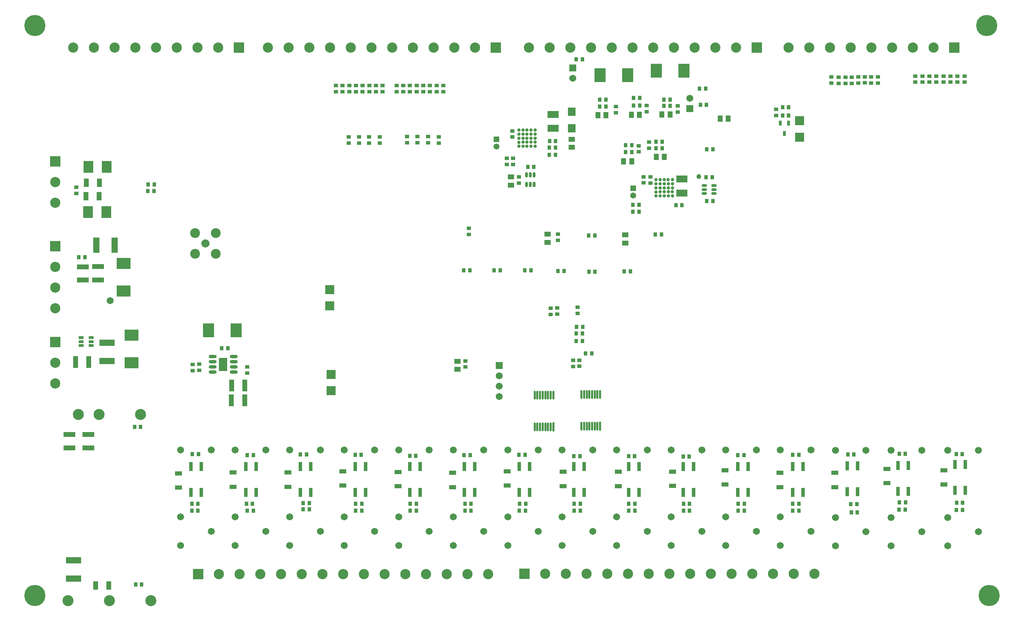
<source format=gbs>
G04*
G04 #@! TF.GenerationSoftware,Altium Limited,Altium Designer,23.10.1 (27)*
G04*
G04 Layer_Color=16711935*
%FSLAX25Y25*%
%MOIN*%
G70*
G04*
G04 #@! TF.SameCoordinates,1ECFB1C0-1579-4D3B-9075-10E0A19D06C0*
G04*
G04*
G04 #@! TF.FilePolarity,Negative*
G04*
G01*
G75*
%ADD66R,0.04147X0.03556*%
%ADD68R,0.06706X0.04343*%
%ADD70C,0.04737*%
%ADD72R,0.07493X0.08083*%
%ADD73R,0.05918X0.04737*%
%ADD74R,0.04737X0.05918*%
%ADD75R,0.03556X0.04147*%
%ADD78R,0.04737X0.07887*%
%ADD83R,0.10642X0.13792*%
%ADD89R,0.08280X0.12611*%
%ADD90O,0.07690X0.03162*%
%ADD96R,0.03800X0.08800*%
%ADD107R,0.03162X0.04737*%
%ADD109C,0.20485*%
%ADD110C,0.09855*%
%ADD111R,0.09855X0.09855*%
%ADD112C,0.06706*%
%ADD113R,0.06706X0.06706*%
%ADD114R,0.05800X0.05800*%
%ADD115C,0.05800*%
%ADD116R,0.09855X0.09855*%
%ADD117C,0.10642*%
%ADD118C,0.09461*%
%ADD119C,0.07887*%
%ADD120C,0.03162*%
%ADD168R,0.09461X0.11824*%
%ADD169R,0.04737X0.11430*%
%ADD170R,0.11430X0.04737*%
%ADD171R,0.13792X0.10642*%
%ADD172R,0.14580X0.05918*%
%ADD173R,0.04540X0.03162*%
%ADD174R,0.05918X0.14580*%
%ADD175O,0.05131X0.02769*%
%ADD176R,0.05131X0.02769*%
%ADD177O,0.02060X0.08674*%
%ADD178R,0.02060X0.08674*%
%ADD179R,0.08674X0.08674*%
%ADD180R,0.10800X0.06800*%
%ADD181O,0.02769X0.05131*%
%ADD182R,0.02769X0.05131*%
D66*
X788568Y515100D02*
D03*
Y521005D02*
D03*
X795653Y520706D02*
D03*
Y514800D02*
D03*
X802368D02*
D03*
Y520706D02*
D03*
X808200Y520800D02*
D03*
Y514894D02*
D03*
X814600Y521100D02*
D03*
Y515195D02*
D03*
X821000Y515300D02*
D03*
Y521206D02*
D03*
X826833Y521100D02*
D03*
Y515195D02*
D03*
X833600D02*
D03*
Y521100D02*
D03*
X869700Y516000D02*
D03*
Y521906D02*
D03*
X876471Y521906D02*
D03*
Y516000D02*
D03*
X883243Y516000D02*
D03*
Y521906D02*
D03*
X890014Y521906D02*
D03*
Y516000D02*
D03*
X896786Y516000D02*
D03*
Y521906D02*
D03*
X903557Y521906D02*
D03*
Y516000D02*
D03*
X910328Y516000D02*
D03*
Y521906D02*
D03*
X917100Y521906D02*
D03*
Y516000D02*
D03*
X435200Y240595D02*
D03*
Y246500D02*
D03*
X613900Y418395D02*
D03*
Y424300D02*
D03*
X171785Y243000D02*
D03*
Y237094D02*
D03*
X178385Y243300D02*
D03*
Y237394D02*
D03*
X224485Y234894D02*
D03*
Y240800D02*
D03*
X59685Y408495D02*
D03*
Y414400D02*
D03*
X438600Y368794D02*
D03*
Y374700D02*
D03*
X399300Y457573D02*
D03*
Y463479D02*
D03*
X409400Y457200D02*
D03*
Y463105D02*
D03*
X322718Y462979D02*
D03*
Y457073D02*
D03*
X332406Y462979D02*
D03*
Y457073D02*
D03*
X342350Y462979D02*
D03*
Y457073D02*
D03*
X352500Y462979D02*
D03*
Y457073D02*
D03*
X378847Y457573D02*
D03*
Y463479D02*
D03*
X388894Y457573D02*
D03*
Y463479D02*
D03*
X480717Y468900D02*
D03*
X486917Y418347D02*
D03*
X607200Y424500D02*
D03*
X735154Y489813D02*
D03*
X524600Y363200D02*
D03*
X480717Y462994D02*
D03*
X486917Y424253D02*
D03*
X610254Y487426D02*
D03*
Y493331D02*
D03*
X517585Y297400D02*
D03*
Y291494D02*
D03*
X523831Y297654D02*
D03*
Y291749D02*
D03*
X543485Y298300D02*
D03*
Y292394D02*
D03*
X539300Y241094D02*
D03*
Y247000D02*
D03*
X545200Y241300D02*
D03*
Y247205D02*
D03*
X735154Y483908D02*
D03*
X640279Y487054D02*
D03*
Y492960D02*
D03*
X612400Y458106D02*
D03*
Y452200D02*
D03*
X602679Y454565D02*
D03*
Y448660D02*
D03*
X580679Y486454D02*
D03*
Y492360D02*
D03*
X524600Y369106D02*
D03*
X607200Y418595D02*
D03*
X481217Y442306D02*
D03*
Y436400D02*
D03*
X475217Y442306D02*
D03*
Y436400D02*
D03*
X413861Y512811D02*
D03*
Y506906D02*
D03*
X407432Y512811D02*
D03*
Y506906D02*
D03*
X401004Y512811D02*
D03*
Y506906D02*
D03*
X394575Y512811D02*
D03*
Y506906D02*
D03*
X388146Y512811D02*
D03*
Y506906D02*
D03*
X381718Y512811D02*
D03*
Y506906D02*
D03*
X375289Y512811D02*
D03*
Y506906D02*
D03*
X368861Y512811D02*
D03*
Y506906D02*
D03*
X355361Y512811D02*
D03*
Y506906D02*
D03*
X348918Y512811D02*
D03*
Y506906D02*
D03*
X342475Y512811D02*
D03*
Y506906D02*
D03*
X336032Y512811D02*
D03*
Y506906D02*
D03*
X329589Y512811D02*
D03*
Y506906D02*
D03*
X323146Y512811D02*
D03*
Y506906D02*
D03*
X316704Y512811D02*
D03*
Y506906D02*
D03*
X310261Y512811D02*
D03*
Y506906D02*
D03*
D68*
X422885Y138290D02*
D03*
Y124510D02*
D03*
X842200Y128435D02*
D03*
Y142215D02*
D03*
X210785Y124810D02*
D03*
Y138590D02*
D03*
X897300Y127125D02*
D03*
Y140905D02*
D03*
X263885Y124810D02*
D03*
Y138590D02*
D03*
X316985Y126010D02*
D03*
Y139790D02*
D03*
X370085Y125410D02*
D03*
Y139190D02*
D03*
X475685Y126110D02*
D03*
Y139890D02*
D03*
X529585Y125510D02*
D03*
Y139290D02*
D03*
X582885Y125510D02*
D03*
Y139290D02*
D03*
X635285Y125710D02*
D03*
Y139490D02*
D03*
X685985Y127110D02*
D03*
Y140890D02*
D03*
X738785Y124510D02*
D03*
Y138290D02*
D03*
X792000Y124535D02*
D03*
Y138315D02*
D03*
X158085Y124110D02*
D03*
Y137890D02*
D03*
D70*
X660474Y424727D02*
D03*
D72*
X537900Y487571D02*
D03*
Y471429D02*
D03*
D73*
X479217Y424416D02*
D03*
Y416542D02*
D03*
X427600Y238300D02*
D03*
Y246174D02*
D03*
X589685Y360500D02*
D03*
Y368374D02*
D03*
X537900Y460800D02*
D03*
Y452926D02*
D03*
X514685Y361200D02*
D03*
Y369074D02*
D03*
D74*
X681126Y480900D02*
D03*
X689000D02*
D03*
X624905Y484760D02*
D03*
X632779D02*
D03*
X619500Y443600D02*
D03*
X627374D02*
D03*
X595779Y439260D02*
D03*
X587905D02*
D03*
X570979Y484060D02*
D03*
X563105D02*
D03*
X595426Y484500D02*
D03*
X603300D02*
D03*
D75*
X542195Y538000D02*
D03*
X548100D02*
D03*
X909300Y102515D02*
D03*
X915206D02*
D03*
X224680Y101731D02*
D03*
X230585D02*
D03*
X278594Y103000D02*
D03*
X284500D02*
D03*
X329303Y101731D02*
D03*
X335209D02*
D03*
X382044D02*
D03*
X387950D02*
D03*
X434785D02*
D03*
X440691D02*
D03*
Y108565D02*
D03*
X434785D02*
D03*
X854200Y109715D02*
D03*
X860106D02*
D03*
X223821Y108565D02*
D03*
X229726D02*
D03*
X909400Y109515D02*
D03*
X915306D02*
D03*
X171080Y108565D02*
D03*
X176985D02*
D03*
X278600Y109100D02*
D03*
X284506D02*
D03*
X329303Y108565D02*
D03*
X335209D02*
D03*
X382044D02*
D03*
X387950D02*
D03*
X487527D02*
D03*
X493432D02*
D03*
X540268D02*
D03*
X546173D02*
D03*
X593009D02*
D03*
X598914D02*
D03*
X645750D02*
D03*
X651655D02*
D03*
X698491D02*
D03*
X704397D02*
D03*
X751232D02*
D03*
X757138D02*
D03*
X807395Y108215D02*
D03*
X813300D02*
D03*
X199894Y258800D02*
D03*
X205800D02*
D03*
X115795Y182800D02*
D03*
X121700D02*
D03*
X128894Y417100D02*
D03*
X134800D02*
D03*
X171680Y156500D02*
D03*
X177585D02*
D03*
X176985Y101731D02*
D03*
X171080D02*
D03*
X859906Y102615D02*
D03*
X854000D02*
D03*
X854100Y156615D02*
D03*
X860006D02*
D03*
X224680Y155400D02*
D03*
X230585D02*
D03*
X909100Y156515D02*
D03*
X915006D02*
D03*
X275980Y156100D02*
D03*
X281885D02*
D03*
X328780Y155900D02*
D03*
X334685D02*
D03*
X433880Y155500D02*
D03*
X439785D02*
D03*
X381480Y154800D02*
D03*
X387385D02*
D03*
X493185Y101731D02*
D03*
X487280D02*
D03*
X486985Y155600D02*
D03*
X492891D02*
D03*
X546173Y101731D02*
D03*
X540268D02*
D03*
X539885Y154300D02*
D03*
X545791D02*
D03*
X598785Y101731D02*
D03*
X592880D02*
D03*
X592785Y154500D02*
D03*
X598691D02*
D03*
X651655Y101731D02*
D03*
X645750D02*
D03*
X645485Y154200D02*
D03*
X651391D02*
D03*
X704397Y101731D02*
D03*
X698491D02*
D03*
X698380Y155300D02*
D03*
X704285D02*
D03*
X757291Y101731D02*
D03*
X751385D02*
D03*
X751285Y155600D02*
D03*
X757191D02*
D03*
X813706Y100215D02*
D03*
X807800D02*
D03*
X804422Y156038D02*
D03*
X810328D02*
D03*
X122691Y30300D02*
D03*
X116785D02*
D03*
X128694Y410700D02*
D03*
X134600D02*
D03*
X524585Y333490D02*
D03*
X530490D02*
D03*
X61880Y346700D02*
D03*
X67785D02*
D03*
X439491Y333990D02*
D03*
X433585D02*
D03*
X618685Y368687D02*
D03*
X624591D02*
D03*
X667569Y424200D02*
D03*
X673475D02*
D03*
X492680Y334100D02*
D03*
X498585D02*
D03*
X668164Y401200D02*
D03*
X674069D02*
D03*
X594591Y333087D02*
D03*
X588685D02*
D03*
X516311Y445900D02*
D03*
X570885Y499160D02*
D03*
X603496Y500910D02*
D03*
X632883Y499100D02*
D03*
X522385Y459200D02*
D03*
X495411Y434142D02*
D03*
X619274Y458260D02*
D03*
X595879Y455060D02*
D03*
X741448Y491900D02*
D03*
X661202Y509900D02*
D03*
X674100Y451100D02*
D03*
X638400Y397000D02*
D03*
X560300Y367700D02*
D03*
X662144Y494150D02*
D03*
X668050D02*
D03*
X667108Y509900D02*
D03*
X602806Y397500D02*
D03*
X596900D02*
D03*
X564979Y499160D02*
D03*
X554394Y367700D02*
D03*
X462985Y334090D02*
D03*
X468890D02*
D03*
X560385Y332900D02*
D03*
X554480D02*
D03*
X542595Y279500D02*
D03*
X548501D02*
D03*
X542385Y273000D02*
D03*
X548291D02*
D03*
X542390Y265900D02*
D03*
X548295D02*
D03*
X551295Y253900D02*
D03*
X557201D02*
D03*
X747354Y491900D02*
D03*
X747354Y483900D02*
D03*
X741448D02*
D03*
X626978Y499100D02*
D03*
X632883Y493100D02*
D03*
X626978D02*
D03*
X625179Y458260D02*
D03*
X619300Y452000D02*
D03*
X625206D02*
D03*
X668194Y451100D02*
D03*
X597590Y500910D02*
D03*
X603401Y493410D02*
D03*
X597496D02*
D03*
X589974Y455060D02*
D03*
X595785Y448560D02*
D03*
X589879D02*
D03*
X570879Y492260D02*
D03*
X564974D02*
D03*
X644306Y397000D02*
D03*
X602900Y390900D02*
D03*
X596994D02*
D03*
X516480Y459200D02*
D03*
X516311Y452900D02*
D03*
X522217D02*
D03*
Y445900D02*
D03*
X501317Y434142D02*
D03*
D78*
X78205Y29300D02*
D03*
X91000D02*
D03*
X69090Y418600D02*
D03*
X81885D02*
D03*
X68885Y405800D02*
D03*
X81680D02*
D03*
D83*
X646088Y527007D02*
D03*
X619513D02*
D03*
X565200Y522900D02*
D03*
X591775D02*
D03*
X187385Y276100D02*
D03*
X213960D02*
D03*
D89*
X201385Y243100D02*
D03*
D90*
X211621Y250600D02*
D03*
Y245600D02*
D03*
Y240600D02*
D03*
Y235600D02*
D03*
X191149Y250600D02*
D03*
Y245600D02*
D03*
Y240600D02*
D03*
Y235600D02*
D03*
D96*
X907800Y121415D02*
D03*
X917800Y146315D02*
D03*
Y121315D02*
D03*
X907800Y146315D02*
D03*
X803900Y120115D02*
D03*
X813900Y145015D02*
D03*
Y120015D02*
D03*
X803900Y145015D02*
D03*
X852800Y120515D02*
D03*
X862800Y145415D02*
D03*
Y120415D02*
D03*
X852800Y145415D02*
D03*
X170385Y119400D02*
D03*
X180385Y144300D02*
D03*
Y119300D02*
D03*
X170385Y144300D02*
D03*
X223185Y119400D02*
D03*
X233185Y144300D02*
D03*
Y119300D02*
D03*
X223185Y144300D02*
D03*
X275985Y119400D02*
D03*
X285985Y144300D02*
D03*
Y119300D02*
D03*
X275985Y144300D02*
D03*
X328785Y119400D02*
D03*
X338785Y144300D02*
D03*
Y119300D02*
D03*
X328785Y144300D02*
D03*
X381585Y119400D02*
D03*
X391585Y144300D02*
D03*
Y119300D02*
D03*
X381585Y144300D02*
D03*
X434385Y119400D02*
D03*
X444385Y144300D02*
D03*
Y119300D02*
D03*
X434385Y144300D02*
D03*
X487185Y119400D02*
D03*
X497185Y144300D02*
D03*
Y119300D02*
D03*
X487185Y144300D02*
D03*
X539985Y119400D02*
D03*
X549985Y144300D02*
D03*
Y119300D02*
D03*
X539985Y144300D02*
D03*
X592785Y119400D02*
D03*
X602785Y144300D02*
D03*
Y119300D02*
D03*
X592785Y144300D02*
D03*
X645585Y119400D02*
D03*
X655585Y144300D02*
D03*
Y119300D02*
D03*
X645585Y144300D02*
D03*
X698385Y119400D02*
D03*
X708385Y144300D02*
D03*
Y119300D02*
D03*
X698385Y144300D02*
D03*
X751185Y119400D02*
D03*
X761185Y144300D02*
D03*
Y119300D02*
D03*
X751185Y144300D02*
D03*
D107*
X739354Y476400D02*
D03*
X743291Y466558D02*
D03*
X747228Y476400D02*
D03*
D109*
X940945Y19685D02*
D03*
X19685D02*
D03*
X938700Y570866D02*
D03*
X19685D02*
D03*
D110*
X827200Y549402D02*
D03*
X807200D02*
D03*
X867200D02*
D03*
X887200D02*
D03*
X847200D02*
D03*
X767200D02*
D03*
X747200D02*
D03*
X787200D02*
D03*
X516535Y549400D02*
D03*
X496535D02*
D03*
X536535D02*
D03*
X636535D02*
D03*
X616535D02*
D03*
X676535D02*
D03*
X696535D02*
D03*
X656535D02*
D03*
X576535D02*
D03*
X556535D02*
D03*
X596535D02*
D03*
X344567D02*
D03*
X304567D02*
D03*
X324567D02*
D03*
X404567D02*
D03*
X444567D02*
D03*
X424567D02*
D03*
X364567D02*
D03*
X384567D02*
D03*
X284567D02*
D03*
X244567D02*
D03*
X264567D02*
D03*
X96535D02*
D03*
X56535D02*
D03*
X76535D02*
D03*
X156535D02*
D03*
X196535D02*
D03*
X176535D02*
D03*
X116535D02*
D03*
X136535D02*
D03*
X39385Y244600D02*
D03*
Y224600D02*
D03*
X39386Y399300D02*
D03*
Y419300D02*
D03*
X297165Y40400D02*
D03*
X337165D02*
D03*
X317165D02*
D03*
X237165D02*
D03*
X197165D02*
D03*
X217165D02*
D03*
X277165D02*
D03*
X257165D02*
D03*
X357165D02*
D03*
X397165D02*
D03*
X377165D02*
D03*
X417165D02*
D03*
X457165D02*
D03*
X437165D02*
D03*
X612126Y40800D02*
D03*
X652126D02*
D03*
X632126D02*
D03*
X552126D02*
D03*
X512126D02*
D03*
X532126D02*
D03*
X592126D02*
D03*
X572126D02*
D03*
X672126D02*
D03*
X712126D02*
D03*
X692126D02*
D03*
X732126D02*
D03*
X772126D02*
D03*
X752126D02*
D03*
X39386Y297500D02*
D03*
Y337500D02*
D03*
Y317500D02*
D03*
D111*
X907200Y549402D02*
D03*
X716535Y549400D02*
D03*
X464567D02*
D03*
X216535D02*
D03*
X177165Y40400D02*
D03*
X492126Y40800D02*
D03*
D112*
X539000Y519900D02*
D03*
X875900Y160161D02*
D03*
X846372D02*
D03*
Y95200D02*
D03*
Y67641D02*
D03*
X875900Y81420D02*
D03*
X821928Y160161D02*
D03*
X792400D02*
D03*
Y95200D02*
D03*
Y67641D02*
D03*
X821928Y81420D02*
D03*
X189813Y160561D02*
D03*
X160285D02*
D03*
Y95600D02*
D03*
Y68041D02*
D03*
X189813Y81820D02*
D03*
X610883D02*
D03*
X581356Y68041D02*
D03*
Y95600D02*
D03*
Y160561D02*
D03*
X610883D02*
D03*
X242445Y81820D02*
D03*
X212917Y68041D02*
D03*
Y95600D02*
D03*
Y160561D02*
D03*
X242445D02*
D03*
X663517Y81820D02*
D03*
X633990Y68041D02*
D03*
Y95600D02*
D03*
Y160561D02*
D03*
X663517D02*
D03*
X295080Y81820D02*
D03*
X265553Y68041D02*
D03*
Y95600D02*
D03*
Y160561D02*
D03*
X295080D02*
D03*
X716151Y81820D02*
D03*
X686624Y68041D02*
D03*
Y95600D02*
D03*
Y160561D02*
D03*
X716151D02*
D03*
X347714Y81820D02*
D03*
X318187Y68041D02*
D03*
Y95600D02*
D03*
Y160561D02*
D03*
X347714D02*
D03*
X768785Y81820D02*
D03*
X739257Y68041D02*
D03*
Y95600D02*
D03*
Y160561D02*
D03*
X768785D02*
D03*
X452982D02*
D03*
X423454D02*
D03*
Y95600D02*
D03*
Y68041D02*
D03*
X452982Y81820D02*
D03*
X400348D02*
D03*
X370820Y68041D02*
D03*
Y95600D02*
D03*
Y160561D02*
D03*
X400348D02*
D03*
X505616Y81820D02*
D03*
X476088Y68041D02*
D03*
Y95600D02*
D03*
Y160561D02*
D03*
X505616D02*
D03*
X930400Y81460D02*
D03*
X900872Y67680D02*
D03*
Y95239D02*
D03*
Y160200D02*
D03*
X930400D02*
D03*
X558250Y160561D02*
D03*
X528722D02*
D03*
Y95600D02*
D03*
Y68041D02*
D03*
X558250Y81820D02*
D03*
X651900Y500300D02*
D03*
X468000Y212200D02*
D03*
Y222200D02*
D03*
Y232200D02*
D03*
X201385Y243100D02*
D03*
X92363Y304633D02*
D03*
D113*
X539000Y529900D02*
D03*
X651900Y490300D02*
D03*
X468000Y242200D02*
D03*
D114*
X465217Y460900D02*
D03*
X597217Y413400D02*
D03*
D115*
X465217Y453900D02*
D03*
X597217Y406400D02*
D03*
D116*
X39385Y264600D02*
D03*
X39386Y439300D02*
D03*
X39386Y357500D02*
D03*
D117*
X131500Y14700D02*
D03*
X91500D02*
D03*
X51500D02*
D03*
X61500Y194700D02*
D03*
X81500D02*
D03*
X121500D02*
D03*
D118*
X194200Y350200D02*
D03*
Y370200D02*
D03*
X174200Y350200D02*
D03*
Y370200D02*
D03*
D119*
X184200Y360200D02*
D03*
D120*
X494717Y469774D02*
D03*
X502591D02*
D03*
X490780D02*
D03*
X486843D02*
D03*
X490780Y465837D02*
D03*
X486843D02*
D03*
X494717D02*
D03*
X498535Y469656D02*
D03*
X502591Y465837D02*
D03*
X498654D02*
D03*
X486843Y461900D02*
D03*
Y457845D02*
D03*
Y454026D02*
D03*
X490780Y461900D02*
D03*
Y457963D02*
D03*
X494717D02*
D03*
Y454026D02*
D03*
X490780D02*
D03*
X498654Y461900D02*
D03*
X502591D02*
D03*
X494717D02*
D03*
X498654Y457963D02*
D03*
Y454026D02*
D03*
X502472Y457963D02*
D03*
X502591Y454026D02*
D03*
X619343Y421774D02*
D03*
X627217D02*
D03*
X623280D02*
D03*
Y417837D02*
D03*
X619343D02*
D03*
X627217D02*
D03*
X635091Y421774D02*
D03*
X631036Y421656D02*
D03*
X631154Y417837D02*
D03*
X635091D02*
D03*
X623280Y413900D02*
D03*
X619343D02*
D03*
X627217Y409963D02*
D03*
X619343Y409845D02*
D03*
X623280Y409963D02*
D03*
X631154Y413900D02*
D03*
X627217D02*
D03*
X635091D02*
D03*
X631154Y409963D02*
D03*
X634972D02*
D03*
X619343Y406026D02*
D03*
X623280D02*
D03*
X631154D02*
D03*
X627217D02*
D03*
X635091D02*
D03*
D168*
X70985Y390500D02*
D03*
X88702D02*
D03*
X88785Y434000D02*
D03*
X71069D02*
D03*
D169*
X222185Y208300D02*
D03*
X209390D02*
D03*
X58785Y245400D02*
D03*
X71580D02*
D03*
X222385Y222600D02*
D03*
X209590D02*
D03*
D170*
X52950Y162458D02*
D03*
Y175253D02*
D03*
X71300Y162500D02*
D03*
Y175295D02*
D03*
X65785Y337500D02*
D03*
Y324705D02*
D03*
X80585Y337595D02*
D03*
Y324800D02*
D03*
D171*
X112885Y244800D02*
D03*
Y271375D02*
D03*
X105385Y314125D02*
D03*
Y340700D02*
D03*
D172*
X89385Y246400D02*
D03*
Y264117D02*
D03*
X56800Y53800D02*
D03*
Y36083D02*
D03*
D173*
X73928Y268980D02*
D03*
Y265240D02*
D03*
Y261500D02*
D03*
X64085Y268980D02*
D03*
Y265240D02*
D03*
Y261500D02*
D03*
D174*
X78785Y358500D02*
D03*
X96502D02*
D03*
D175*
X675294Y408460D02*
D03*
X665845D02*
D03*
Y412200D02*
D03*
Y415940D02*
D03*
X675294Y412200D02*
D03*
D176*
Y415940D02*
D03*
D177*
X514962Y213500D02*
D03*
X512403D02*
D03*
X517521Y182791D02*
D03*
X514962D02*
D03*
X512403D02*
D03*
X509844D02*
D03*
X507285D02*
D03*
X504726D02*
D03*
X502167D02*
D03*
X520080Y213500D02*
D03*
X517521D02*
D03*
X509844D02*
D03*
X507285D02*
D03*
X504726D02*
D03*
X502167D02*
D03*
X560103Y214209D02*
D03*
X557544D02*
D03*
X562662Y183500D02*
D03*
X560103D02*
D03*
X557544D02*
D03*
X554985D02*
D03*
X552426D02*
D03*
X549867D02*
D03*
X547308D02*
D03*
X565221Y214209D02*
D03*
X562662D02*
D03*
X554985D02*
D03*
X552426D02*
D03*
X549867D02*
D03*
X547308D02*
D03*
D178*
X520080Y182791D02*
D03*
X565221Y183500D02*
D03*
D179*
X304100Y299652D02*
D03*
Y315400D02*
D03*
X305452Y217667D02*
D03*
Y233415D02*
D03*
X757854Y462900D02*
D03*
Y478648D02*
D03*
D180*
X519885Y484800D02*
D03*
X644217Y422400D02*
D03*
Y408900D02*
D03*
X519885Y471300D02*
D03*
D181*
X497817Y416917D02*
D03*
X501557Y426366D02*
D03*
X497817D02*
D03*
X494076D02*
D03*
Y416917D02*
D03*
D182*
X501557D02*
D03*
M02*

</source>
